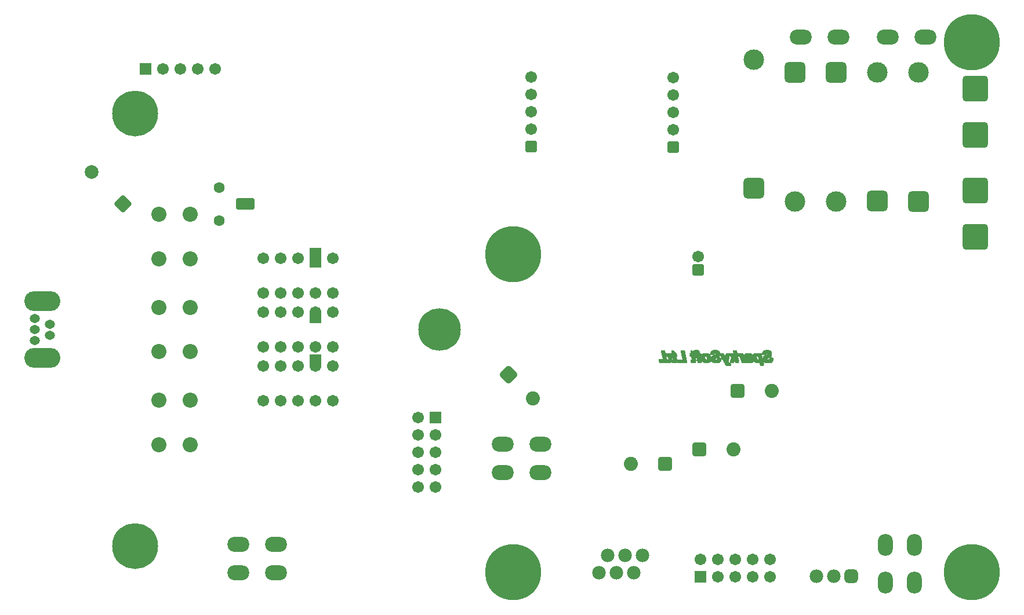
<source format=gbs>
%FSTAX26Y26*%
%MOIN*%
%SFA1B1*%

%IPPOS*%
%AMD174*
4,1,8,-0.025500,-0.040400,0.025500,-0.040400,0.040400,-0.025500,0.040400,0.025500,0.025500,0.040400,-0.025500,0.040400,-0.040400,0.025500,-0.040400,-0.025500,-0.025500,-0.040400,0.0*
1,1,0.029860,-0.025500,-0.025500*
1,1,0.029860,0.025500,-0.025500*
1,1,0.029860,0.025500,0.025500*
1,1,0.029860,-0.025500,0.025500*
%
%AMD177*
4,1,8,0.059100,-0.038600,0.059100,0.038600,0.038600,0.059100,-0.038600,0.059100,-0.059100,0.038600,-0.059100,-0.038600,-0.038600,-0.059100,0.038600,-0.059100,0.059100,-0.038600,0.0*
1,1,0.041080,0.038600,-0.038600*
1,1,0.041080,0.038600,0.038600*
1,1,0.041080,-0.038600,0.038600*
1,1,0.041080,-0.038600,-0.038600*
%
%AMD179*
4,1,8,0.072900,-0.055100,0.072900,0.055100,0.055100,0.072900,-0.055100,0.072900,-0.072900,0.055100,-0.072900,-0.055100,-0.055100,-0.072900,0.055100,-0.072900,0.072900,-0.055100,0.0*
1,1,0.035560,0.055100,-0.055100*
1,1,0.035560,0.055100,0.055100*
1,1,0.035560,-0.055100,0.055100*
1,1,0.035560,-0.055100,-0.055100*
%
%AMD180*
4,1,8,0.046600,0.010500,0.010500,0.046600,-0.010500,0.046600,-0.046600,0.010500,-0.046600,-0.010500,-0.010500,-0.046600,0.010500,-0.046600,0.046600,-0.010500,0.046600,0.010500,0.0*
1,1,0.029860,0.036100,0.000000*
1,1,0.029860,0.000000,0.036100*
1,1,0.029860,-0.036100,0.000000*
1,1,0.029860,0.000000,-0.036100*
%
%AMD182*
4,1,8,-0.033500,0.020700,-0.033500,-0.020700,-0.020700,-0.033500,0.020700,-0.033500,0.033500,-0.020700,0.033500,0.020700,0.020700,0.033500,-0.020700,0.033500,-0.033500,0.020700,0.0*
1,1,0.025720,-0.020700,0.020700*
1,1,0.025720,-0.020700,-0.020700*
1,1,0.025720,0.020700,-0.020700*
1,1,0.025720,0.020700,0.020700*
%
%AMD186*
4,1,8,-0.017500,-0.039000,0.017500,-0.039000,0.039000,-0.017500,0.039000,0.017500,0.017500,0.039000,-0.017500,0.039000,-0.039000,0.017500,-0.039000,-0.017500,-0.017500,-0.039000,0.0*
1,1,0.043000,-0.017500,-0.017500*
1,1,0.043000,0.017500,-0.017500*
1,1,0.043000,0.017500,0.017500*
1,1,0.043000,-0.017500,0.017500*
%
%AMD191*
4,1,8,0.045400,0.010300,0.010300,0.045400,-0.010300,0.045400,-0.045400,0.010300,-0.045400,-0.010300,-0.010300,-0.045400,0.010300,-0.045400,0.045400,-0.010300,0.045400,0.010300,0.0*
1,1,0.029260,0.035100,0.000000*
1,1,0.029260,0.000000,0.035100*
1,1,0.029260,-0.035100,0.000000*
1,1,0.029260,0.000000,-0.035100*
%
%AMD199*
4,1,8,0.054000,-0.021000,0.054000,0.021000,0.041000,0.034000,-0.041000,0.034000,-0.054000,0.021000,-0.054000,-0.021000,-0.041000,-0.034000,0.041000,-0.034000,0.054000,-0.021000,0.0*
1,1,0.026000,0.041000,-0.021000*
1,1,0.026000,0.041000,0.021000*
1,1,0.026000,-0.041000,0.021000*
1,1,0.026000,-0.041000,-0.021000*
%
%ADD172O,0.126110X0.086740*%
%ADD173C,0.080830*%
G04~CAMADD=174~8~0.0~0.0~808.3~808.3~149.3~0.0~15~0.0~0.0~0.0~0.0~0~0.0~0.0~0.0~0.0~0~0.0~0.0~0.0~180.0~808.0~808.0*
%ADD174D174*%
%ADD175C,0.078000*%
%ADD176C,0.118240*%
G04~CAMADD=177~8~0.0~0.0~1182.4~1182.4~205.4~0.0~15~0.0~0.0~0.0~0.0~0~0.0~0.0~0.0~0.0~0~0.0~0.0~0.0~270.0~1182.0~1182.0*
%ADD177D177*%
%ADD178O,0.086740X0.126110*%
G04~CAMADD=179~8~0.0~0.0~1457.9~1457.9~177.8~0.0~15~0.0~0.0~0.0~0.0~0~0.0~0.0~0.0~0.0~0~0.0~0.0~0.0~270.0~1458.0~1458.0*
%ADD179D179*%
G04~CAMADD=180~8~0.0~0.0~808.3~808.3~149.3~0.0~15~0.0~0.0~0.0~0.0~0~0.0~0.0~0.0~0.0~0~0.0~0.0~0.0~315.0~1018.0~1017.0*
%ADD180D180*%
%ADD181C,0.322000*%
G04~CAMADD=182~8~0.0~0.0~670.6~670.6~128.6~0.0~15~0.0~0.0~0.0~0.0~0~0.0~0.0~0.0~0.0~0~0.0~0.0~0.0~90.0~670.0~670.0*
%ADD182D182*%
%ADD183C,0.067060*%
%ADD184R,0.067060X0.067060*%
%ADD185C,0.067060*%
G04~CAMADD=186~8~0.0~0.0~780.0~780.0~215.0~0.0~15~0.0~0.0~0.0~0.0~0~0.0~0.0~0.0~0.0~0~0.0~0.0~0.0~180.0~780.0~780.0*
%ADD186D186*%
%ADD187C,0.063120*%
%ADD188C,0.086740*%
%ADD189R,0.067060X0.067060*%
%ADD190C,0.078870*%
G04~CAMADD=191~8~0.0~0.0~788.7~788.7~146.3~0.0~15~0.0~0.0~0.0~0.0~0~0.0~0.0~0.0~0.0~0~0.0~0.0~0.0~315.0~992.0~991.0*
%ADD191D191*%
%ADD192C,0.244220*%
%ADD193C,0.263900*%
%ADD194O,0.059180X0.051310*%
%ADD195O,0.206850X0.114330*%
%ADD196R,0.065940X0.067300*%
%ADD197R,0.065940X0.063580*%
%ADD198R,0.066000X0.118000*%
G04~CAMADD=199~8~0.0~0.0~680.0~1080.0~130.0~0.0~15~0.0~0.0~0.0~0.0~0~0.0~0.0~0.0~0.0~0~0.0~0.0~0.0~270.0~1080.0~680.0*
%ADD199D199*%
%LNunisolder52_full-1*%
%LPD*%
G36*
X0511627Y0408933D02*
X0511523D01*
X0511627Y0408433*
X0511523*
X0511627Y0407933*
X0506054*
X0505832Y0409002*
X0505936*
X0505832Y0409502*
X0505936*
X0505832Y0410002*
X0508879*
X0507976Y0414339*
X050808*
X0507976Y0414839*
X050808*
X0507976Y0415339*
X0510295*
X0511627Y0408933*
G37*
G36*
X0499184Y0413579D02*
X0499211Y041359D01*
X0499322Y0413618*
X0499419Y0413638*
X0499509Y0413659*
X0499586Y0413666*
X0499655Y0413673*
X0499704Y041368*
X0499746*
X049994Y0413673*
X0500011Y0413659*
X0500086Y0413666*
X0500155Y0413673*
X0500204Y041368*
X0500246*
X050044Y0413673*
X0500511Y0413659*
X0500586Y0413666*
X0500655Y0413673*
X0500704Y041368*
X0500745*
X050094Y0413673*
X050112Y0413638*
X0501287Y0413597*
X0501453Y0413541*
X0501599Y0413472*
X0501738Y0413395*
X050187Y0413312*
X0501981Y0413229*
X0502085Y0413146*
X050216Y0413076*
X0502175*
X050207Y0413576*
X0502633*
X0502508Y0414179*
X0502627Y0414107*
X0502508Y0414679*
X0502627Y0414607*
X0502508Y0415179*
X050308Y0414832*
X0503008Y0415179*
X050358Y0414832*
X0503508Y0415179*
X0504937Y0414312*
X050509Y0413576*
X0505701*
X0505895Y0412646*
X0505791*
X0505895Y0412146*
X0505791*
X0505895Y0411646*
X0505492*
X050568Y0410772*
X0505708Y0410633*
X0505735Y0410508*
X0505756Y0410397*
X050577Y0410293*
X0505784Y0410203*
X0505798Y041012*
X0505812Y041005*
X0505819Y0409988*
X0505826Y0409939*
X0505832Y0409898*
Y0409863*
X0505839Y0409835*
Y0409814*
Y04098*
Y0409787*
X0505832Y0409703*
X0505826Y0409627*
X050581Y040956*
X0505812Y040955*
X0505819Y0409488*
X0505826Y0409439*
X0505832Y0409398*
Y0409363*
X0505839Y0409335*
Y0409314*
Y0409301*
Y0409287*
X0505832Y0409203*
X0505826Y0409127*
X050581Y040906*
X0505812Y040905*
X0505819Y0408988*
X0505826Y0408939*
X0505832Y0408898*
Y0408863*
X0505839Y0408835*
Y0408814*
Y0408801*
Y0408787*
X0505832Y0408703*
X0505826Y0408627*
X0505791Y0408481*
X0505742Y0408356*
X0505687Y0408259*
X0505638Y0408176*
X050559Y040812*
X0505555Y0408086*
X0505541Y0408072*
X0505479Y040803*
X0505409Y0407989*
X0505263Y0407926*
X0505097Y0407877*
X0504937Y040785*
X0504798Y0407829*
X0504736Y0407822*
X050468*
X0504632Y0407815*
X0504445*
X050432Y0407829*
X0504305Y040783*
X0504298Y0407829*
X0504236Y0407822*
X050418*
X0504132Y0407815*
X0503944*
X050382Y0407829*
X0503805Y040783*
X0503798Y0407829*
X0503736Y0407822*
X0503681*
X0503632Y0407815*
X0503444*
X050332Y0407829*
X0503209Y0407836*
X0503111Y040785*
X0503021Y0407864*
X0502959Y0407871*
X0502917Y0407884*
X0502903*
X0502769Y0408528*
X0502758Y0408509*
X0502723Y0408447*
X0502689Y0408391*
X0502661Y0408349*
X050264Y0408322*
X0502626Y0408308*
X0502619Y0408301*
X0502529Y0408218*
X0502439Y0408141*
X0502342Y0408079*
X0502245Y0408023*
X0502147Y0407975*
X050205Y0407933*
X050196Y0407898*
X050187Y0407877*
X050178Y0407857*
X0501703Y0407843*
X0501634Y0407829*
X0501571Y0407822*
X0501523Y0407815*
X0501453*
X0501301Y0407822*
X0501166Y0407835*
X0501134Y0407829*
X0501071Y0407822*
X0501023Y0407815*
X0500953*
X0500801Y0407822*
X0500666Y0407835*
X0500634Y0407829*
X0500571Y0407822*
X0500523Y0407815*
X0500453*
X0500301Y0407822*
X0500162Y0407836*
X0500037Y0407857*
X0499926Y0407884*
X0499836Y0407912*
X0499766Y0407933*
X0497955*
X0497618Y0409471*
X0497727Y0408933*
X0497626*
X0497727Y0408433*
X0497626*
X0497727Y0407933*
X0495484*
X0495241Y0409141*
X0495342*
X0495241Y0409641*
X0495342*
X0495241Y0410141*
X0497472*
X0496553Y0414339*
X0496663*
X0496553Y0414839*
X0496663*
X0496553Y0415339*
X0498802*
X0499184Y0413579*
G37*
G36*
X055832Y0415436D02*
X0558507Y0415422D01*
X0558688Y0415394*
X0558854Y0415359*
X0559Y0415318*
X0559139Y0415276*
X055927Y0415228*
X0559381Y0415179*
X0559479Y0415124*
X0559569Y0415075*
X0559645Y0415033*
X0559701Y0414992*
X0559749Y0414957*
X0559784Y0414929*
X0559805Y0414915*
X0559812Y0414908*
X0559916Y0414804*
X0560006Y04147*
X0560082Y0414589*
X0560152Y0414471*
X0560207Y041436*
X0560249Y0414249*
X0560291Y0414138*
X0560319Y0414034*
X0560346Y0413937*
X0560367Y0413846*
X0560374Y041377*
X0560388Y0413701*
Y0413638*
X0560395Y0413597*
Y0413569*
Y0413562*
X0560388Y0413395*
X0560373Y0413284*
X0560374Y041327*
X0560388Y0413201*
Y0413138*
X0560395Y0413097*
Y0413069*
Y0413062*
X0560388Y0412895*
X0560373Y0412784*
X0560374Y041277*
X0560388Y0412701*
Y0412638*
X0560395Y0412597*
Y0412569*
Y0412562*
X0560388Y0412395*
X0560367Y0412243*
X0560332Y0412104*
X0560298Y0411986*
X0560263Y0411889*
X0560228Y0411819*
X0560221Y0411792*
X0560207Y0411771*
X0560201Y0411764*
Y0411757*
X0560124Y0411632*
X0560034Y0411521*
X0559944Y0411424*
X055986Y0411347*
X0559784Y0411278*
X0559722Y0411236*
X055968Y0411202*
X0559673Y0411195*
X0559666*
X0559597Y0411153*
X055952Y0411111*
X0559439Y0411069*
X0559916Y0411043*
Y0411064*
Y041107*
X0561172Y0411001*
X0561165Y0410765*
X0561144Y041055*
X0561136Y0410503*
X0561172Y0410501*
X0561165Y0410265*
X0561144Y041005*
X0561136Y0410003*
X0561172Y0410001*
X0561165Y0409765*
X0561144Y040955*
X056111Y0409356*
X0561089Y0409272*
X0561068Y0409189*
X056104Y040912*
X0561019Y040905*
X0560999Y0408995*
X0560985Y0408953*
X0560964Y0408912*
X0560957Y0408884*
X0560943Y040887*
Y0408863*
X0560894Y0408773*
X0560832Y0408689*
X0560707Y0408537*
X0560561Y0408405*
X0560423Y0408294*
X0560291Y0408204*
X0560235Y0408169*
X0560187Y0408141*
X0560145Y040812*
X0560117Y0408107*
X0560096Y0408093*
X0560089*
X0559854Y0408002*
X0559611Y0407933*
X0559375Y0407884*
X0559257Y0407864*
X0559146Y040785*
X0559048Y0407836*
X0558951Y0407829*
X0558868Y0407822*
X0558799*
X0558743Y0407815*
X055866*
X0558445Y0407822*
X055841Y0407826*
X0558368Y0407822*
X0558299*
X0558243Y0407815*
X055816*
X0557945Y0407822*
X055791Y0407826*
X0557868Y0407822*
X0557799*
X0557743Y0407815*
X055766*
X0557445Y0407822*
X0557236Y0407843*
X0557042Y0407871*
X0556862Y0407905*
X0556695Y0407954*
X0556542Y0408002*
X0556404Y0408058*
X0556279Y0408113*
X0556168Y0408169*
X0556071Y0408224*
X0555987Y0408273*
X0555918Y0408322*
X0555862Y0408356*
X0555821Y0408384*
X05558Y0408405*
X0555793Y0408412*
X0555675Y040853*
X0555571Y0408648*
X0555487Y0408764*
X0555821Y0407163*
X0555717*
X0555821Y0406663*
X0555717*
X0555821Y0406163*
X0553579*
X0553215Y0407909*
X0553205Y0407905*
X0553101Y0407877*
X0553004Y0407857*
X0552914Y0407836*
X0552837Y0407829*
X0552775Y0407822*
X0552726Y0407815*
X0552684*
X0552518Y0407822*
X0552424Y0407838*
X0552414Y0407836*
X0552337Y0407829*
X0552275Y0407822*
X0552226Y0407815*
X0552184*
X0552018Y0407822*
X0551924Y0407838*
X0551913Y0407836*
X0551837Y0407829*
X0551775Y0407822*
X0551726Y0407815*
X0551685*
X0551518Y0407822*
X0551358Y040785*
X0551206Y0407884*
X055106Y0407933*
X0550921Y0407989*
X0550796Y0408051*
X0550678Y0408113*
X0550567Y0408183*
X055047Y0408252*
X0550387Y0408315*
X055031Y0408377*
X0550248Y0408433*
X0550199Y0408481*
X0550158Y0408516*
X0550137Y0408544*
X055013Y0408551*
X0549991Y0408717*
X0549879Y0408882*
X0549853Y0408759*
X054979Y0408592*
X0549721Y0408454*
X0549686Y0408398*
X0549652Y0408343*
X0549617Y0408294*
X0549589Y0408259*
X0549568Y0408231*
X0549548Y0408211*
X0549541Y0408197*
X0549534Y040819*
X0549464Y0408127*
X0549388Y0408065*
X0549305Y0408016*
X0549228Y0407975*
X0549069Y0407905*
X0548916Y0407864*
X0548784Y0407836*
X0548729Y0407829*
X054868Y0407822*
X0548638Y0407815*
X0548583*
X0548451Y0407822*
X0548319Y0407843*
X0548318*
X0548284Y0407836*
X0548229Y0407829*
X054818Y0407822*
X0548138Y0407815*
X0548083*
X0547951Y0407822*
X0547819Y0407843*
X0547818*
X0547784Y0407836*
X0547729Y0407829*
X054768Y0407822*
X0547638Y0407815*
X0547583*
X0547451Y0407822*
X0547319Y0407843*
X0547194Y0407871*
X0547083Y0407898*
X0546993Y0407926*
X0546976Y0407933*
X0542801*
X0542496Y0409383*
X0542461Y0409543*
X0542426Y0409696*
X0542392Y0409835*
X0542364Y040996*
X0542329Y0410077*
X0542302Y0410182*
X0542274Y0410279*
X0542246Y0410362*
X0542218Y0410438*
X0542198Y0410501*
X0542177Y0410556*
X0542163Y0410598*
X0542149Y0410633*
X0542135Y0410653*
X0542128Y0410667*
Y0410674*
X0542052Y041082*
X0541961Y0410952*
X0541878Y0411063*
X0541788Y0411153*
X0541719Y041123*
X0541656Y0411285*
X0541614Y0411313*
X0541608Y0411327*
X0541601*
X0541476Y041141*
X0541358Y0411472*
X0541247Y0411514*
X0541162Y0411542*
X0541136Y0411535*
X0541101Y0411521*
X0541081Y0411514*
X0541074*
X054105Y0411564*
X0540997Y041157*
X0540969Y0411574*
X0541518Y0408933*
X0541414*
X0541518Y0408433*
X0541414*
X0541518Y0407933*
X0539276*
X0538984Y0409314*
X0538913Y0409377*
X0538478Y0407933*
X053673*
X0536813Y0407191*
X0536758Y0407176*
X0536813Y0406691*
X0536758Y0406676*
X0536813Y0406191*
X0536632Y0406143*
X0536466Y0406108*
X0536313Y040608*
X0536181Y0406066*
X0536077Y0406052*
X0536028*
X0535994Y0406045*
X0535924*
X0535779Y0406052*
X0535666Y0406064*
X0535577Y0406052*
X0535528*
X0535494Y0406045*
X0535424*
X0535279Y0406052*
X0535166Y0406064*
X0535077Y0406052*
X0535028*
X0534994Y0406045*
X0534924*
X0534779Y0406052*
X0534647Y0406066*
X0534529Y0406094*
X0534432Y0406122*
X0534348Y0406143*
X0534286Y040617*
X0534251Y0406184*
X0534237Y0406191*
X0534133Y0406253*
X0534043Y0406316*
X053396Y0406385*
X053389Y0406448*
X0533828Y0406503*
X0533786Y0406552*
X0533758Y040658*
X0533751Y0406594*
X053371Y0406649*
X0533668Y0406705*
X0533578Y0406843*
X0533481Y0406989*
X0533391Y0407135*
X0533314Y0407267*
X053328Y0407329*
X0533245Y0407378*
X0533224Y0407419*
X0533203Y0407454*
X0533196Y0407475*
X0533189Y0407482*
X0531324Y0410797*
X0531323Y0410765*
X0531302Y041055*
X0531294Y0410503*
X053133Y0410501*
X0531323Y0410265*
X0531302Y041005*
X0531294Y0410003*
X053133Y0410001*
X0531323Y0409765*
X0531302Y040955*
X0531268Y0409356*
X0531247Y0409272*
X0531226Y0409189*
X0531198Y040912*
X0531177Y040905*
X0531157Y0408995*
X0531143Y0408953*
X0531122Y0408912*
X0531115Y0408884*
X0531101Y040887*
Y0408863*
X0531052Y0408773*
X053099Y0408689*
X0530865Y0408537*
X0530719Y0408405*
X0530581Y0408294*
X0530449Y0408204*
X0530393Y0408169*
X0530345Y0408141*
X0530303Y040812*
X0530275Y0408107*
X0530254Y0408093*
X0530247*
X0530012Y0408002*
X0529769Y0407933*
X0529533Y0407884*
X0529415Y0407864*
X0529304Y040785*
X0529206Y0407836*
X0529109Y0407829*
X0529026Y0407822*
X0528957*
X0528901Y0407815*
X0528818*
X0528603Y0407822*
X0528568Y0407826*
X0528526Y0407822*
X0528457*
X0528401Y0407815*
X0528318*
X0528103Y0407822*
X0528068Y0407826*
X0528026Y0407822*
X0527957*
X0527901Y0407815*
X0527818*
X0527603Y0407822*
X0527394Y0407843*
X05272Y0407871*
X052702Y0407905*
X0526853Y0407954*
X05267Y0408002*
X0526562Y0408058*
X0526437Y0408113*
X0526326Y0408169*
X0526229Y0408224*
X0526145Y0408273*
X0526076Y0408322*
X052602Y0408356*
X0525979Y0408384*
X0525958Y0408405*
X0525951Y0408412*
X0525833Y040853*
X0525729Y0408648*
X0525639Y0408773*
X0525562Y0408891*
X0525493Y0409016*
X0525444Y0409134*
X0525396Y0409252*
X0525361Y0409363*
X0525343Y040943*
X0525313Y0409279*
X0525265Y0409127*
X0525244Y0409057*
X0525223Y0408995*
X0525202Y0408946*
X0525181Y0408898*
X0525167Y0408863*
X0525153Y0408835*
X0525146Y0408821*
Y0408814*
X0525042Y0408648*
X0524924Y0408495*
X0524799Y040837*
X0524675Y0408266*
X0524564Y0408183*
X0524515Y0408148*
X0524473Y040812*
X0524439Y04081*
X0524411Y0408086*
X0524397Y0408072*
X052439*
X0524196Y0407989*
X0523994Y0407926*
X05238Y0407877*
X052362Y040785*
X0523536Y0407836*
X052346Y0407829*
X0523391Y0407822*
X0523335*
X0523287Y0407815*
X0523224*
X0523002Y0407822*
X0522954Y0407828*
X0522891Y0407822*
X0522835*
X0522787Y0407815*
X0522724*
X0522502Y0407822*
X0522454Y0407828*
X0522391Y0407822*
X0522335*
X0522287Y0407815*
X0522224*
X0522002Y0407822*
X0521794Y040785*
X0521599Y0407891*
X0521412Y040794*
X0521239Y0408002*
X0521086Y0408072*
X052094Y0408148*
X0520808Y0408224*
X052069Y0408301*
X0520586Y0408377*
X0520496Y0408447*
X0520427Y0408509*
X0520371Y0408558*
X052033Y0408599*
X0520302Y0408627*
X0520295Y0408634*
X052017Y0408794*
X0520059Y0408953*
X0519962Y040912*
X0519944Y0409156*
X051999Y0408933*
X0519886*
X051999Y0408433*
X0519886*
X051999Y0407933*
X0517748*
X0516971Y041166*
X0516816*
X0516819Y0411646*
X0516416*
X0516603Y0410772*
X0516631Y0410633*
X0516659Y0410508*
X051668Y0410397*
X0516694Y0410293*
X0516708Y0410203*
X0516721Y041012*
X0516735Y041005*
X0516742Y0409988*
X0516749Y0409939*
X0516756Y0409898*
Y0409863*
X0516763Y0409835*
Y0409814*
Y04098*
Y0409787*
X0516756Y0409703*
X0516749Y0409627*
X0516733Y040956*
X0516735Y040955*
X0516742Y0409488*
X0516749Y0409439*
X0516756Y0409398*
Y0409363*
X0516763Y0409335*
Y0409314*
Y0409301*
Y0409287*
X0516756Y0409203*
X0516749Y0409127*
X0516733Y040906*
X0516735Y040905*
X0516742Y0408988*
X0516749Y0408939*
X0516756Y0408898*
Y0408863*
X0516763Y0408835*
Y0408814*
Y0408801*
Y0408787*
X0516756Y0408703*
X0516749Y0408627*
X0516714Y0408481*
X0516666Y0408356*
X051661Y0408259*
X0516562Y0408176*
X0516513Y040812*
X0516478Y0408086*
X0516465Y0408072*
X0516402Y040803*
X0516333Y0407989*
X0516187Y0407926*
X051602Y0407877*
X0515861Y040785*
X0515722Y0407829*
X051566Y0407822*
X0515604*
X0515555Y0407815*
X0515368*
X0515243Y0407829*
X0515228Y040783*
X0515222Y0407829*
X051516Y0407822*
X0515104*
X0515056Y0407815*
X0514868*
X0514743Y0407829*
X0514728Y040783*
X0514722Y0407829*
X051466Y0407822*
X0514604*
X0514556Y0407815*
X0514368*
X0514243Y0407829*
X0514132Y0407836*
X0514035Y040785*
X0513945Y0407864*
X0513882Y0407871*
X0513841Y0407884*
X0513827*
X0513632Y0408814*
X0513739Y0408802*
X0513632Y0409314*
X0513739Y0409302*
X0513632Y0409814*
X051375Y04098*
X0513841Y0409794*
X0513917Y0409787*
X0513973*
X0514014Y040978*
X0514056*
X0514138Y0409787*
X0514132Y0409814*
X0514241Y0409802*
X0514264Y0409807*
X0514313Y0409821*
X0514338Y0409831*
X0513952Y0411646*
X0513188*
X0512994Y0412576*
X0513098*
X0512994Y0413076*
X0513098*
X0512994Y0413576*
X0513556*
X0513431Y0414179*
X051355Y0414107*
X0513431Y0414679*
X051355Y0414607*
X0513431Y0415179*
X0514003Y0414832*
X0513931Y0415179*
X0514503Y0414832*
X0514431Y0415179*
X0515283Y0414662*
X0515263Y0414735*
X0515389Y0414772*
X0515263Y0415235*
X0515499Y0415304*
X0515721Y0415352*
X051593Y0415394*
X051602Y0415408*
X051611Y0415415*
X0516193Y0415429*
X0516263*
X0516325Y0415436*
X0516381Y0415443*
X0516478*
X0516651Y0415436*
X0516702Y0415429*
X0516763*
X0516825Y0415436*
X0516881Y0415443*
X0516978*
X0517151Y0415436*
X0517202Y0415429*
X0517263*
X0517325Y0415436*
X0517381Y0415443*
X0517478*
X0517651Y0415436*
X0517804Y0415415*
X0517936Y0415387*
X0518047Y0415359*
X0518137Y0415332*
X05182Y0415304*
X0518241Y0415283*
X0518248Y0415276*
X0518255*
X0518359Y0415207*
X0518449Y0415137*
X0518519Y0415061*
X0518581Y0414992*
X051863Y0414929*
X0518665Y0414881*
X0518685Y0414846*
X0518692Y0414832*
X0518713Y041479*
X0518734Y0414742*
X0518776Y0414624*
X051881Y0414499*
X0518845Y0414367*
X051888Y0414242*
X0518894Y0414187*
X05189Y0414145*
X0518907Y0414103*
X0518914Y0414076*
X0518921Y0414055*
Y0414048*
X0519026Y0413576*
X0519719*
X0519894Y0412755*
X051992Y0412799*
X0519969Y0412882*
X0520017Y0412951*
X0520066Y0413007*
X05201Y0413055*
X0520128Y0413083*
X0520149Y0413104*
X0520156Y0413111*
X0520267Y0413208*
X0520392Y0413298*
X0520517Y0413375*
X0520649Y0413437*
X0520781Y0413493*
X0520913Y0413541*
X0521044Y0413576*
X0521169Y0413611*
X0521287Y0413631*
X0521398Y0413652*
X0521495Y0413666*
X0521586Y0413673*
X0521655*
X0521704Y041368*
X0521752*
X0521967Y0413673*
X0522011Y0413667*
X0522086Y0413673*
X0522155*
X0522204Y041368*
X0522252*
X0522467Y0413673*
X0522511Y0413667*
X0522586Y0413673*
X0522655*
X0522704Y041368*
X0522752*
X0522967Y0413673*
X0523176Y0413645*
X052337Y0413611*
X052355Y0413562*
X0523724Y0413499*
X0523876Y0413437*
X0524022Y0413368*
X0524154Y0413298*
X0524272Y0413222*
X0524376Y0413153*
X052446Y041309*
X0524536Y0413028*
X0524591Y0412979*
X0524633Y0412944*
X0524661Y0412917*
X0524668Y041291*
X0524793Y0412757*
X0524866Y0412651*
X0524868Y0412666*
X0524896Y0412819*
X0524931Y0412958*
X0524946Y0413002*
X0524848Y0413006*
X0524868Y0413166*
X0524896Y0413319*
X0524931Y0413458*
X0524946Y0413502*
X0524848Y0413507*
X0524868Y0413666*
X0524896Y0413819*
X0524931Y0413958*
X0524979Y0414096*
X0525035Y0414221*
X052509Y0414332*
X0525153Y0414443*
X0525208Y0414534*
X0525271Y0414624*
X0525326Y0414693*
X0525382Y0414763*
X052543Y0414811*
X0525472Y0414853*
X05255Y0414888*
X0525521Y0414901*
X0525528Y0414908*
X0525646Y0415005*
X0525777Y0415082*
X0525916Y0415158*
X0526062Y0415221*
X0526208Y0415269*
X0526353Y0415311*
X0526492Y0415346*
X0526631Y0415373*
X0526763Y0415401*
X0526888Y0415415*
X0526992Y0415429*
X0527089Y0415436*
X0527165Y0415443*
X0527277*
X0527478Y0415436*
X0527532Y0415432*
X0527589Y0415436*
X0527665Y0415443*
X0527776*
X0527978Y0415436*
X0528032Y0415432*
X0528089Y0415436*
X0528165Y0415443*
X0528276*
X0528478Y0415436*
X0528665Y0415422*
X0528846Y0415394*
X0529012Y0415359*
X0529158Y0415318*
X0529297Y0415276*
X0529428Y0415228*
X0529539Y0415179*
X0529637Y0415124*
X0529727Y0415075*
X0529803Y0415033*
X0529859Y0414992*
X0529907Y0414957*
X0529942Y0414929*
X0529963Y0414915*
X052997Y0414908*
X0530074Y0414804*
X0530164Y04147*
X053024Y0414589*
X053031Y0414471*
X0530365Y041436*
X0530407Y0414249*
X0530449Y0414138*
X0530477Y0414034*
X0530504Y0413937*
X0530525Y0413846*
X0530532Y041377*
X0530546Y0413701*
Y0413638*
X0530553Y0413597*
Y0413576*
X0532649*
X0533636Y0411738*
X0533883Y0413576*
X0537986*
X0538124Y0413443*
X0537936Y0414339*
X0538041*
X0537936Y0414839*
X0538041*
X0537936Y0415339*
X0540185*
X0540533Y0413669*
X0540574Y0413673*
X0540629Y041368*
X0540678*
X0540816Y0413666*
X0540917Y0413646*
X0541004Y0413666*
X0541074Y0413673*
X0541129Y041368*
X0541178*
X0541316Y0413666*
X0541417Y0413646*
X0541504Y0413666*
X0541573Y0413673*
X0541629Y041368*
X0541678*
X0541816Y0413666*
X0541955Y0413638*
X0542094Y041359*
X0542119Y0413576*
X0544079*
X0544536Y0411374*
Y0411403*
Y0411431*
Y0411438*
X0544543Y0411535*
X0544557Y0411622*
X054455Y041166*
X0544543Y0411736*
Y0411806*
X0544536Y0411861*
Y0411903*
Y0411931*
Y0411938*
X0544543Y0412035*
X0544557Y0412122*
X054455Y041216*
X0544543Y0412236*
Y0412306*
X0544536Y0412361*
Y0412403*
Y0412431*
Y0412438*
X0544543Y0412535*
X0544557Y0412625*
X0544578Y0412715*
X0544606Y0412799*
X0544675Y0412944*
X0544751Y0413076*
X0544828Y041318*
X0544869Y0413222*
X0544897Y0413257*
X0544925Y0413284*
X0544946Y0413305*
X054496Y0413312*
X0544967Y0413319*
X054505Y0413382*
X0545147Y0413437*
X0545251Y0413486*
X0545355Y0413527*
X0545577Y041359*
X0545792Y0413638*
X054589Y0413652*
X0545987Y0413659*
X054607Y0413666*
X0546146Y0413673*
X0546209Y041368*
X0546292*
X0546452Y0413673*
X0546579Y0413667*
X0546646Y0413673*
X0546709Y041368*
X0546792*
X0546952Y0413673*
X0547079Y0413667*
X0547146Y0413673*
X0547209Y041368*
X0547292*
X0547452Y0413673*
X0547597Y0413666*
X0547743Y0413645*
X0547875Y0413624*
X0548Y0413597*
X0548111Y0413569*
X0548215Y0413534*
X0548312Y0413507*
X0548395Y0413472*
X0548472Y0413437*
X0548534Y0413409*
X0548583Y0413382*
X0548625Y0413361*
X0548659Y041334*
X0548673Y0413333*
X054868Y0413326*
X0548777Y0413257*
X0548861Y0413187*
X0548944Y0413111*
X0549013Y0413028*
X0549138Y0412868*
X0549242Y0412715*
X0549319Y0412576*
X0549346Y0412514*
X0549367Y0412465*
X0549388Y0412424*
X0549402Y0412389*
X0549409Y0412368*
Y0412361*
X0549156Y0412341*
X0549242Y0412215*
X0549319Y0412077*
X0549346Y0412014*
X0549367Y0411966*
X0549374Y0411951*
X054938Y0412028*
X0549401Y0412181*
X0549429Y0412334*
X0549464Y0412465*
X0549498Y041259*
X054954Y0412701*
X0549582Y0412799*
X0549623Y0412889*
X0549665Y0412965*
X05497Y0413028*
X0549734Y0413083*
X0549762Y0413118*
X0549783Y0413153*
X0549797Y0413166*
X0549804Y0413173*
X0549887Y0413264*
X0549984Y041334*
X0550074Y0413409*
X0550172Y0413465*
X0550276Y0413513*
X0550373Y0413555*
X0550463Y041359*
X0550553Y0413618*
X0550643Y0413638*
X055072Y0413652*
X0550796Y0413666*
X0550859Y0413673*
X0550907Y041368*
X0550977*
X0551115Y0413673*
X0551247Y0413659*
X0551253Y0413658*
X0551296Y0413666*
X0551359Y0413673*
X0551407Y041368*
X0551477*
X0551615Y0413673*
X0551747Y0413659*
X0551753Y0413658*
X0551796Y0413666*
X0551859Y0413673*
X0551907Y041368*
X0551977*
X0552115Y0413673*
X0552247Y0413659*
X0552372Y0413638*
X0552476Y0413611*
X0552566Y0413583*
X055259Y0413576*
X0554482*
X0554696Y0412553*
X055471Y0412666*
X0554738Y0412819*
X0554773Y0412958*
X0554788Y0413002*
X055469Y0413006*
X055471Y0413166*
X0554738Y0413319*
X0554773Y0413458*
X0554788Y0413502*
X055469Y0413507*
X055471Y0413666*
X0554738Y0413819*
X0554773Y0413958*
X0554821Y0414096*
X0554877Y0414221*
X0554932Y0414332*
X0554995Y0414443*
X055505Y0414534*
X0555113Y0414624*
X0555168Y0414693*
X0555224Y0414763*
X0555272Y0414811*
X0555314Y0414853*
X0555342Y0414888*
X0555363Y0414901*
X055537Y0414908*
X0555488Y0415005*
X0555619Y0415082*
X0555758Y0415158*
X0555904Y0415221*
X055605Y0415269*
X0556195Y0415311*
X0556334Y0415346*
X0556473Y0415373*
X0556605Y0415401*
X055673Y0415415*
X0556834Y0415429*
X0556931Y0415436*
X0557007Y0415443*
X0557119*
X055732Y0415436*
X0557374Y0415432*
X0557431Y0415436*
X0557507Y0415443*
X0557619*
X055782Y0415436*
X0557874Y0415432*
X0557931Y0415436*
X0558007Y0415443*
X0558118*
X055832Y0415436*
G37*
%LNunisolder52_full-2*%
%LPC*%
G36*
X0522263Y0411606D02*
X052226Y0411604D01*
X0522183Y0411549*
X0522128Y0411507*
X0522093Y0411479*
X0522079Y0411466*
X0521989Y0411354*
X0521926Y0411236*
X0521889Y0411146*
X0521892Y0411133*
X0521933Y0410994*
X0521975Y0410869*
X0522017Y0410758*
X0522065Y0410647*
X0522114Y0410557*
X0522155Y0410467*
X0522197Y0410397*
X0522239Y0410335*
X0522266Y0410286*
X0522294Y0410252*
X0522308Y0410231*
X0522315Y0410224*
X0522384Y0410147*
X0522454Y0410078*
X0522523Y0410023*
X05226Y0409974*
X0522676Y0409933*
X0522758Y0409988*
X0522814Y041003*
X0522849Y0410064*
X0522863Y0410078*
X0522953Y0410196*
X0523022Y0410328*
X0523052Y0410424*
X0523043Y0410459*
X0523015Y0410577*
X0523001Y0410626*
X0522988Y0410667*
X0522974Y0410702*
X0522967Y041073*
X052296Y0410744*
Y0410751*
X052289Y0410917*
X0522807Y041107*
X0522731Y0411195*
X0522654Y0411292*
X0522585Y0411375*
X0522523Y0411431*
X0522488Y0411466*
X0522474Y0411479*
X0522349Y0411563*
X0522263Y0411606*
G37*
G36*
X0551979Y0411628D02*
X0551928Y041159D01*
X0551872Y0411542*
X0551845Y0411514*
X0551831Y04115*
X0551748Y0411389*
X0551685Y0411257*
X0551654Y0411158*
X0551678Y041105*
X0551699Y041098*
X0551713Y0410918*
X0551727Y0410869*
X0551748Y0410821*
X0551755Y0410779*
X0551768Y0410751*
X0551775Y0410737*
Y0410731*
X0551852Y041055*
X0551928Y0410397*
X0552011Y0410265*
X0552088Y0410161*
X055215Y0410078*
X0552206Y0410023*
X055224Y0409995*
X0552254Y0409981*
X0552324Y040993*
X0552372Y040996*
X0552427Y0410009*
X0552462Y0410043*
X0552476Y0410057*
X0552566Y0410182*
X0552628Y0410321*
X0552668Y0410434*
X0552656Y041048*
X0552628Y0410598*
X0552614Y0410647*
X0552607Y0410688*
X0552594Y0410723*
X0552587Y0410751*
X055258Y0410765*
Y0410772*
X055251Y0410945*
X0552441Y0411098*
X0552365Y041123*
X0552288Y0411341*
X0552226Y0411424*
X055217Y0411479*
X0552136Y0411514*
X0552122Y0411528*
X0552011Y0411611*
X0551979Y0411628*
G37*
G36*
X0529048Y0410798D02*
X0528984Y0410772D01*
X0528915Y0410737*
X0528853Y0410709*
X0528804Y0410688*
X0528769Y0410667*
X0528741Y041066*
X0528734Y0410653*
X0528603Y0410598*
X0528478Y0410542*
X0528374Y0410494*
X0528276Y0410445*
X0528186Y0410404*
X0528117Y0410369*
X0528048Y0410334*
X0527992Y04103*
X052795Y0410272*
X0527909Y0410251*
X0527881Y041023*
X0527853Y0410216*
X0527825Y0410195*
X0527822Y0410193*
X0527825Y0410189*
X052786Y0410161*
X0527874Y0410147*
X0527929Y0410106*
X0527999Y0410071*
X0528138Y0410016*
X0528297Y0409974*
X0528301Y0409973*
X0528304Y0409974*
X0528401Y0409995*
X0528484Y041003*
X052856Y0410057*
X052863Y0410092*
X0528692Y041012*
X0528741Y0410154*
X0528782Y0410182*
X0528817Y0410203*
X0528838Y0410231*
X0528859Y0410245*
X0528866Y0410252*
X0528873Y0410259*
X0528907Y04103*
X0528935Y0410356*
X0528977Y0410474*
X0529018Y0410606*
X0529039Y0410744*
X0529048Y0410798*
G37*
G36*
X0554705Y0412506D02*
X0555127Y0410488D01*
X0555141Y0410605*
X0555144Y0410626*
X0555141Y0410647*
X0555127Y0410723*
Y0410779*
X055512Y0410828*
Y0410855*
Y0410862*
X0555127Y0410987*
X0555141Y0411105*
X0555161Y0411223*
X0555189Y0411327*
X0555224Y0411424*
X0555266Y0411522*
X05553Y0411605*
X0555342Y0411681*
X055539Y0411751*
X0555425Y0411813*
X0555467Y0411862*
X0555502Y041191*
X0555529Y0411945*
X055555Y0411966*
X0555564Y041198*
X0555571Y0411987*
X0555633Y0412042*
X0555717Y0412105*
X0555814Y0412167*
X0555918Y0412236*
X0556036Y0412299*
X0556154Y0412361*
X0556333Y0412456*
X0555953Y0412473*
Y0412472*
Y0412458*
Y0412451*
X0554705Y0412506*
G37*
G36*
X055889Y0410798D02*
X0558826Y0410772D01*
X0558757Y0410737*
X0558695Y0410709*
X0558646Y0410688*
X0558611Y0410667*
X0558583Y041066*
X0558576Y0410653*
X0558445Y0410598*
X055832Y0410542*
X0558216Y0410494*
X0558118Y0410445*
X0558028Y0410404*
X0557959Y0410369*
X055789Y0410334*
X0557834Y04103*
X0557792Y0410272*
X0557751Y0410251*
X0557723Y041023*
X0557695Y0410216*
X0557667Y0410195*
X0557664Y0410193*
X0557667Y0410189*
X0557702Y0410161*
X0557716Y0410147*
X0557771Y0410106*
X0557841Y0410071*
X055798Y0410016*
X0558139Y0409974*
X0558143Y0409973*
X0558146Y0409974*
X0558243Y0409995*
X0558326Y041003*
X0558402Y0410057*
X0558472Y0410092*
X0558534Y041012*
X0558583Y0410154*
X0558624Y0410182*
X0558659Y0410203*
X055868Y0410231*
X0558701Y0410245*
X0558708Y0410252*
X0558715Y0410259*
X0558749Y04103*
X0558777Y0410356*
X0558819Y0410474*
X055886Y0410606*
X0558881Y0410744*
X055889Y0410798*
G37*
G36*
X0545004Y0408433D02*
X054494D01*
X0544981Y0408232*
X0544994Y0408301*
X0545001Y0408398*
X0545004Y0408433*
G37*
G36*
X0536022Y0411976D02*
X0535449Y0408673D01*
X0535466Y0408641*
X053555Y0408524*
X0535626Y0408426*
X0535709Y0408336*
X0535785Y0408267*
X0535862Y0408211*
X0535938Y0408163*
X0536008Y0408128*
X053607Y04081*
X0536092Y0408092*
X0536125Y04081*
X0536167Y0408107*
X0536202Y0408121*
X0536209*
X0536216Y0408059*
X0536244Y0408052*
X0536262*
X0536391Y0408433*
X0536222*
X0536391Y0408933*
X0536222*
X0536963Y0411129*
X0536022Y0411976*
G37*
G36*
X0544984Y0408933D02*
X054494D01*
X0544981Y0408732*
X0544994Y0408801*
X0544998Y0408846*
X0544987Y0408912*
X0544984Y0408933*
G37*
G36*
X0500088Y0411572D02*
X0500051Y0411542D01*
X0499996Y0411493*
X0499961Y0411458*
X0499947Y0411452*
Y0411445*
X0499857Y041132*
X0499788Y0411188*
X0499744Y0411064*
X049976Y0411001*
X0499795Y0410883*
X0499809Y0410828*
X0499823Y0410786*
X0499836Y0410751*
X0499843Y0410723*
X049985Y041071*
Y0410703*
X049992Y0410536*
X0499996Y041039*
X0500072Y0410265*
X0500149Y0410168*
X0500218Y0410085*
X0500274Y041003*
X0500308Y0410002*
X0500315Y0409988*
X0500322*
X0500433Y0409912*
X0500436Y040991*
X0500488Y0409946*
X0500544Y0409995*
X0500578Y0410023*
X0500592Y0410037*
X0500675Y0410147*
X0500738Y0410272*
X0500772Y041038*
X0500731Y0410549*
X0500696Y0410647*
X0500662Y0410744*
X0500634Y0410834*
X0500599Y041091*
X0500571Y0410973*
X0500544Y0411035*
X0500523Y0411077*
X0500502Y0411111*
X0500495Y0411132*
X0500488Y0411139*
X0500419Y041125*
X0500342Y0411341*
X0500266Y0411424*
X050019Y0411493*
X0500113Y0411556*
X0500088Y0411572*
G37*
G36*
X0503028Y0411646D02*
X0502936D01*
X0502952Y0411584*
X0502987Y0411431*
X0503008Y0411286*
X0503029Y0411161*
X0503043Y0411043*
X0503056Y0410946*
Y0410869*
X0503063Y0410807*
Y0410772*
Y0410758*
X0503056Y0410585*
X0503049Y0410497*
X0503056Y0410446*
Y0410369*
X0503063Y0410307*
Y0410272*
Y0410258*
X0503056Y0410085*
X0503049Y0409997*
X0503056Y0409946*
Y0409869*
X0503063Y0409807*
Y0409784*
X0503091Y040978*
X0503132*
X0503215Y0409787*
X0503209Y0409814*
X0503317Y0409802*
X050334Y0409807*
X0503389Y0409821*
X0503414Y0409831*
X0503028Y0411646*
G37*
G36*
X0519839Y041266D02*
X0519808D01*
X0519816Y0412618*
X0519839Y041266*
G37*
G36*
X0530546Y041268D02*
Y0412638D01*
X0530553Y0412597*
Y0412576*
X0530605*
X0530546Y041268*
G37*
G36*
X0549367Y0411858D02*
X0549156Y0411841D01*
X0549242Y0411715*
X0549319Y0411577*
X0549346Y0411514*
X0549367Y0411466*
X0549374Y0411451*
Y0411452*
X0549373Y0411466*
X0549367Y0411556*
X054936Y0411619*
Y041166*
Y0411674*
X0549367Y0411855*
Y0411858*
G37*
G36*
X0530546Y041318D02*
Y0413138D01*
X0530553Y0413097*
Y0413076*
X0530605*
X0530546Y041318*
G37*
G36*
X0557641Y0413331D02*
X0557619Y0413325D01*
X0557494Y0413277*
X0557404Y0413228*
X0557341Y0413194*
X05573Y0413166*
X0557286Y0413152*
X0557189Y0413055*
X0557112Y0412937*
X0557057Y0412826*
X0557045Y0412791*
X0557112Y0412819*
X055723Y0412875*
X055734Y041293*
X0557438Y0412979*
X0557528Y0413021*
X0557604Y0413062*
X0557674Y0413097*
X0557729Y0413132*
X0557778Y0413166*
X0557826Y0413187*
X0557861Y0413215*
X0557881Y0413228*
X0557861Y0413242*
X0557805Y041327*
X0557688Y0413318*
X0557641Y0413331*
G37*
G36*
X0527799D02*
X0527777Y0413325D01*
X0527652Y0413277*
X0527562Y0413228*
X0527499Y0413194*
X0527458Y0413166*
X0527444Y0413152*
X0527347Y0413055*
X052727Y0412937*
X0527215Y0412826*
X0527203Y0412791*
X052727Y0412819*
X0527388Y0412875*
X0527498Y041293*
X0527596Y0412979*
X0527686Y0413021*
X0527762Y0413062*
X0527832Y0413097*
X0527887Y0413132*
X0527936Y0413166*
X0527984Y0413187*
X0528019Y0413215*
X0528039Y0413228*
X0528019Y0413242*
X0527963Y041327*
X0527846Y0413318*
X0527799Y0413331*
G37*
G36*
X0529574Y0411057D02*
X0529549Y0411044D01*
X0529574Y0411043*
Y0411057*
G37*
G36*
X0530521Y0412225D02*
X053049Y0412104D01*
X0530456Y0411986*
X0530421Y0411889*
X0530386Y0411819*
X0530379Y0411792*
X0530365Y0411771*
X0530359Y0411764*
Y0411757*
X0530282Y0411632*
X0530192Y0411521*
X0530102Y0411424*
X0530018Y0411347*
X0529942Y0411278*
X052988Y0411236*
X0529838Y0411202*
X0529831Y0411195*
X0529824*
X0529755Y0411153*
X0529678Y0411111*
X0529597Y0411069*
X0530074Y0411043*
Y0411064*
Y041107*
X0531205Y0411008*
X0530521Y0412225*
G37*
G36*
X0519576Y041166D02*
X0519421D01*
X051959Y041085*
X0519587Y0410897*
X051958Y0410973*
X0519573Y0411035*
Y041107*
Y0411084*
X051958Y0411258*
X0519591Y0411343*
X0519587Y0411397*
X051958Y0411473*
X0519573Y0411536*
Y041157*
Y0411584*
X0519576Y041166*
G37*
G36*
X0549367Y0411358D02*
X0549314Y0411354D01*
X0549365Y0411322*
X0549367Y0411355*
Y0411358*
G37*
G36*
X052496Y0412502D02*
X0525001Y0412431D01*
X0525084Y0412264*
X0525153Y0412091*
X0525216Y0411917*
X0525258Y0411751*
X0525299Y0411591*
X0525327Y0411438*
X0525345Y0411319*
X0525347Y0411327*
X0525382Y0411424*
X0525423Y0411522*
X0525458Y0411605*
X05255Y0411681*
X0525548Y0411751*
X0525583Y0411813*
X0525625Y0411862*
X052566Y041191*
X0525687Y0411945*
X0525708Y0411966*
X0525722Y041198*
X0525729Y0411987*
X0525791Y0412042*
X0525875Y0412105*
X0525972Y0412167*
X0526076Y0412236*
X0526194Y0412299*
X0526312Y0412361*
X0526491Y0412456*
X0526111Y0412473*
Y0412472*
Y0412458*
Y0412451*
X052496Y0412502*
G37*
G36*
X0559416Y0411057D02*
X0559391Y0411044D01*
X0559416Y0411043*
Y0411057*
G37*
%LNunisolder52_full-3*%
%LPD*%
G54D172*
X0576772Y0595472D03*
X0598425D03*
X0405673Y0361262D03*
X0427327D03*
Y0344727D03*
X0405673D03*
X0648622Y0595472D03*
X0626968D03*
X0253465Y0303633D03*
X0275118D03*
Y0287098D03*
X0253465D03*
G54D173*
X0479331Y0349803D03*
X0538287Y0358268D03*
X042276Y0387435D03*
X0560335Y0392027D03*
G54D174*
X0499016Y0349803D03*
X0518602Y0358268D03*
X054065Y0392027D03*
G54D175*
X0461Y0287094D03*
X0466Y0297094D03*
X0471Y0287094D03*
X0476Y0297094D03*
X0481Y0287094D03*
X0486Y0297094D03*
X0586063Y0285138D03*
X0596063D03*
G54D176*
X0620866Y0575272D03*
X0644488Y0575173D03*
X0573622Y0500909D03*
X0597244D03*
X0549902Y0582555D03*
G54D177*
X0620866Y0501098D03*
X0644488Y0501D03*
X0573622Y0575083D03*
X0597244D03*
X0549902Y0508382D03*
G54D178*
X0642126Y0281496D03*
Y030315D03*
X0625591D03*
Y0281496D03*
G54D179*
X0677165Y0539114D03*
Y0565728D03*
Y0480531D03*
Y0507146D03*
G54D180*
X040884Y0401354D03*
G54D181*
X0675197Y0287402D03*
Y059252D03*
X0411417Y0470472D03*
Y0287402D03*
G54D182*
X0517851Y0461417D03*
X0421798Y0532463D03*
X0503498Y0532063D03*
G54D183*
X0517851Y0469291D03*
G54D184*
X0519272Y0284744D03*
X0200191Y0577165D03*
G54D185*
X0519272Y0294744D03*
X0529272Y0284744D03*
Y0294744D03*
X0539272Y0284744D03*
Y0294744D03*
X0549272Y0284744D03*
Y0294744D03*
X0559272Y0284744D03*
Y0294744D03*
X0421798Y0562463D03*
Y0572463D03*
Y0552463D03*
Y0542463D03*
X0503498Y0542063D03*
Y0552063D03*
Y0572063D03*
Y0562063D03*
X0267891Y0386065D03*
X0277891D03*
X0287891D03*
X0297891D03*
X0307891D03*
X0267891Y0406065D03*
X0277891D03*
X0287891D03*
X0297891D03*
X0307891D03*
Y0437165D03*
X0297891D03*
X0287891D03*
X0277891D03*
X0267891D03*
X0307891Y0417165D03*
X0297891D03*
X0287891D03*
X0277891D03*
X0267891D03*
Y0448265D03*
X0277891D03*
X0287891D03*
X0297891D03*
X0307891D03*
X0267891Y0468265D03*
X0277891D03*
X0287891D03*
X0297891D03*
X0307891D03*
X0356891Y0336565D03*
X0366891D03*
X0356891Y0346565D03*
X0366891D03*
X0356891Y0356565D03*
X0366891D03*
X0356891Y0366565D03*
X0366891D03*
X0356891Y0376565D03*
X0240191Y0577165D03*
X0230191D03*
X0220191D03*
X0210191D03*
G54D186*
X0606063Y0285138D03*
G54D187*
X024249Y0509027D03*
Y0489814D03*
G54D188*
X0208033Y0386461D03*
X022575D03*
Y036087D03*
X0208033D03*
Y0439961D03*
X022575D03*
Y041437D03*
X0208033D03*
Y0493461D03*
X022575D03*
Y046787D03*
X0208033D03*
G54D189*
X0366891Y0376565D03*
G54D190*
X0169102Y0517785D03*
G54D191*
X0187197Y049969D03*
G54D192*
X0369291Y0427165D03*
G54D193*
X0194291Y0551665D03*
Y0302665D03*
G54D194*
X0136614Y0427165D03*
Y0420866D03*
X0145276Y0424016D03*
X0136614Y0433465D03*
X0145276Y0430315D03*
G54D195*
X0140945Y0443504D03*
Y0410827D03*
G54D196*
X0297884Y040943D03*
G54D197*
X0297884Y0433986D03*
G54D198*
X0297891Y0468465D03*
G54D199*
X0257691Y0499665D03*
M02*
</source>
